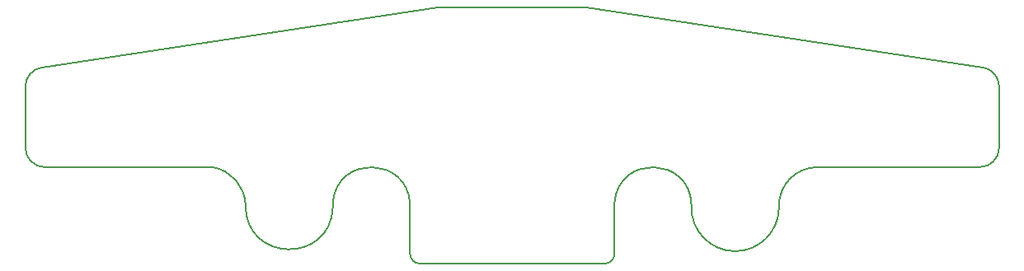
<source format=gm1>
G04 #@! TF.GenerationSoftware,KiCad,Pcbnew,7.0.5*
G04 #@! TF.CreationDate,2023-08-03T16:32:48+02:00*
G04 #@! TF.ProjectId,Sensores,53656e73-6f72-4657-932e-6b696361645f,rev?*
G04 #@! TF.SameCoordinates,Original*
G04 #@! TF.FileFunction,Profile,NP*
%FSLAX46Y46*%
G04 Gerber Fmt 4.6, Leading zero omitted, Abs format (unit mm)*
G04 Created by KiCad (PCBNEW 7.0.5) date 2023-08-03 16:32:48*
%MOMM*%
%LPD*%
G01*
G04 APERTURE LIST*
G04 #@! TA.AperFunction,Profile*
%ADD10C,0.200000*%
G04 #@! TD*
G04 APERTURE END LIST*
D10*
X194557383Y-108865849D02*
X211284000Y-108865849D01*
X152784001Y-112604208D02*
G75*
G03*
X144857668Y-112426589I-3970501J-238492D01*
G01*
X155650810Y-92405631D02*
X170917190Y-92405631D01*
X173784000Y-112466111D02*
X173784000Y-117774092D01*
X172784000Y-118774100D02*
G75*
G03*
X173784000Y-117774092I-100J1000100D01*
G01*
X113284000Y-100584000D02*
X113284000Y-106865849D01*
X181677347Y-112919843D02*
X181677347Y-112726988D01*
X152784000Y-117774092D02*
X152784000Y-112604208D01*
X181677349Y-112919843D02*
G75*
G03*
X190670902Y-113005246I4496371J-85417D01*
G01*
X213284084Y-100584000D02*
G75*
G03*
X211585481Y-98606854I-1999984J0D01*
G01*
X213284000Y-106865849D02*
X213284000Y-100584000D01*
X115284000Y-108865849D02*
X132496691Y-108865849D01*
X113284051Y-106865849D02*
G75*
G03*
X115284000Y-108865849I1999949J-51D01*
G01*
X153784000Y-118774092D02*
X172784000Y-118774092D01*
X114982519Y-98606853D02*
G75*
G03*
X113284000Y-100584000I301481J-1977147D01*
G01*
X190670902Y-113005246D02*
X190670901Y-112820441D01*
X170917190Y-92405631D02*
X211585481Y-98606854D01*
X194557382Y-108865798D02*
G75*
G03*
X190670901Y-112820441I68718J-3954602D01*
G01*
X114982519Y-98606854D02*
X155650810Y-92405631D01*
X135895492Y-112828592D02*
X135895509Y-112855968D01*
X152784008Y-117774092D02*
G75*
G03*
X153784000Y-118774092I999992J-8D01*
G01*
X135895439Y-112855968D02*
G75*
G03*
X132496691Y-108865850I-4044539J-2532D01*
G01*
X144857667Y-113005827D02*
X144857667Y-112426589D01*
X211284000Y-108865900D02*
G75*
G03*
X213284000Y-106865849I0J2000000D01*
G01*
X181677396Y-112726987D02*
G75*
G03*
X173784001Y-112466111I-3954096J-93413D01*
G01*
X135895495Y-112828592D02*
G75*
G03*
X144857667Y-113005827I4482895J2862D01*
G01*
M02*

</source>
